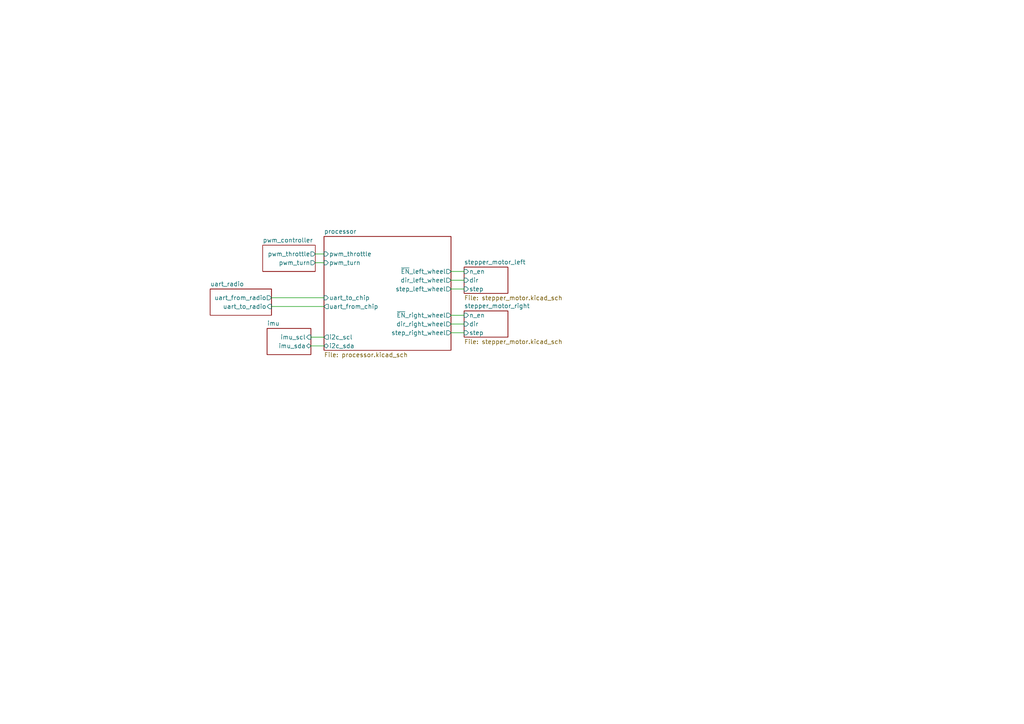
<source format=kicad_sch>
(kicad_sch (version 20230121) (generator eeschema)
  (paper "A4")
  (lib_symbols)
  (wire (pts (xy 130.81 93.98) (xy 134.62 93.98)))
  (wire (pts (xy 78.74 88.9) (xy 93.98 88.9)))
  (wire (pts (xy 91.44 76.2) (xy 93.98 76.2)))
  (wire (pts (xy 130.81 96.52) (xy 134.62 96.52)))
  (wire (pts (xy 78.74 86.36) (xy 93.98 86.36)))
  (wire (pts (xy 91.44 73.66) (xy 93.98 73.66)))
  (wire (pts (xy 90.17 97.79) (xy 93.98 97.79)))
  (wire (pts (xy 130.81 91.44) (xy 134.62 91.44)))
  (wire (pts (xy 90.17 100.33) (xy 93.98 100.33)))
  (wire (pts (xy 130.81 78.74) (xy 134.62 78.74)))
  (wire (pts (xy 130.81 81.28) (xy 134.62 81.28)))
  (wire (pts (xy 130.81 83.82) (xy 134.62 83.82)))
  (sheet (at 93.98 68.58) (size 36.83 33.02) (stroke (width 0.1524))
    (property "Sheetname" "processor" (at 93.98 67.8684 0) (effects (justify left bottom)))
    (property "Sheetfile" "processor.kicad_sch" (at 93.98 102.1846 0) (effects (justify left top)))
    (pin "pwm_throttle" input (at 93.98 73.66 180))
    (pin "pwm_turn" input (at 93.98 76.2 180))
    (pin "~{EN}_left_wheel" output (at 130.81 78.74 0))
    (pin "~{EN}_right_wheel" output (at 130.81 91.44 0))
    (pin "dir_left_wheel" output (at 130.81 81.28 0))
    (pin "dir_right_wheel" output (at 130.81 93.98 0))
    (pin "uart_from_chip" output (at 93.98 88.9 180))
    (pin "uart_to_chip" input (at 93.98 86.36 180))
    (pin "step_right_wheel" output (at 130.81 96.52 0))
    (pin "step_left_wheel" output (at 130.81 83.82 0))
    (pin "i2c_scl" output (at 93.98 97.79 180))
    (pin "i2c_sda" bidirectional (at 93.98 100.33 180))
  )
  (sheet (at 134.62 77.47) (size 12.7 7.62) (stroke (width 0.1524))
    (property "Sheetname" "stepper_motor_left" (at 134.62 76.7584 0) (effects (justify left bottom)))
    (property "Sheetfile" "stepper_motor.kicad_sch" (at 134.62 85.6746 0) (effects (justify left top)))
    (pin "n_en" input (at 134.62 78.74 180))
    (pin "dir" input (at 134.62 81.28 180))
    (pin "step" input (at 134.62 83.82 180))
  )
  (sheet (at 134.62 90.17) (size 12.7 7.62) (stroke (width 0.1524))
    (property "Sheetname" "stepper_motor_right" (at 134.62 89.4584 0) (effects (justify left bottom)))
    (property "Sheetfile" "stepper_motor.kicad_sch" (at 134.62 98.3746 0) (effects (justify left top)))
    (pin "n_en" input (at 134.62 91.44 180))
    (pin "dir" input (at 134.62 93.98 180))
    (pin "step" input (at 134.62 96.52 180))
  )
  (sheet (at 60.96 83.82) (size 17.78 7.62) (stroke (width 0.1524))
    (property "Sheetname" "uart_radio" (at 60.96 83.1084 0) (effects (justify left bottom)))
    (property "Sheetfile" "uart_radio.kicad_sch" (effects hide))
    (pin "uart_from_radio" output (at 78.74 86.36 0))
    (pin "uart_to_radio" input (at 78.74 88.9 0))
  )
  (sheet (at 77.47 95.25) (size 12.7 7.62) (stroke (width 0.1524))
    (property "Sheetname" "imu" (at 77.47 94.5384 0) (effects (justify left bottom)))
    (property "Sheetfile" "imu.kicad_sch" (effects hide))
    (pin "imu_sda" bidirectional (at 90.17 100.33 0))
    (pin "imu_scl" input (at 90.17 97.79 0))
  )
  (sheet (at 76.2 71.12) (size 15.24 7.62) (stroke (width 0.1524))
    (property "Sheetname" "pwm_controller" (at 76.2 70.4084 0) (effects (justify left bottom)))
    (property "Sheetfile" "pwm_controller.kicad_sch" (effects hide))
    (pin "pwm_throttle" output (at 91.44 73.66 0))
    (pin "pwm_turn" output (at 91.44 76.2 0))
  )
)
</source>
